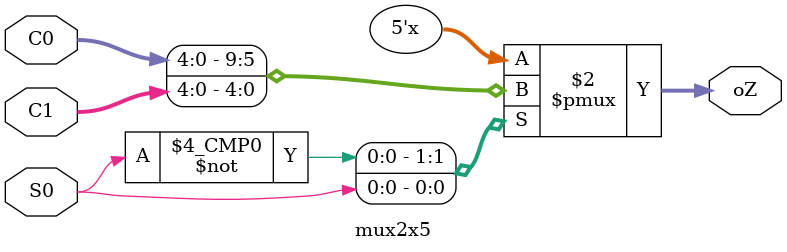
<source format=v>

`timescale 1ns / 1ps

module mux2x5(
    input [4:0] C0,
    input [4:0] C1,
    input S0,
    output reg [4:0] oZ
    );

    always @ (C0 or C1 or S0) begin
        case(S0)
            1'b0: oZ <= C0;
            1'b1: oZ <= C1;
        endcase
   end
   
endmodule
</source>
